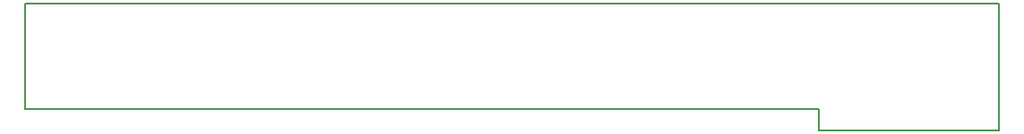
<source format=gbr>
G04 #@! TF.FileFunction,Profile,NP*
%FSLAX46Y46*%
G04 Gerber Fmt 4.6, Leading zero omitted, Abs format (unit mm)*
G04 Created by KiCad (PCBNEW 4.0.3-stable) date 09/17/16 11:46:10*
%MOMM*%
%LPD*%
G01*
G04 APERTURE LIST*
%ADD10C,0.100000*%
%ADD11C,0.150000*%
G04 APERTURE END LIST*
D10*
D11*
X75000000Y-10000000D02*
X0Y-10000000D01*
X75000000Y-12000000D02*
X75000000Y-10000000D01*
X92000000Y-12000000D02*
X75000000Y-12000000D01*
X92000000Y0D02*
X92000000Y-12000000D01*
X0Y0D02*
X92000000Y0D01*
X0Y0D02*
X0Y-10000000D01*
M02*

</source>
